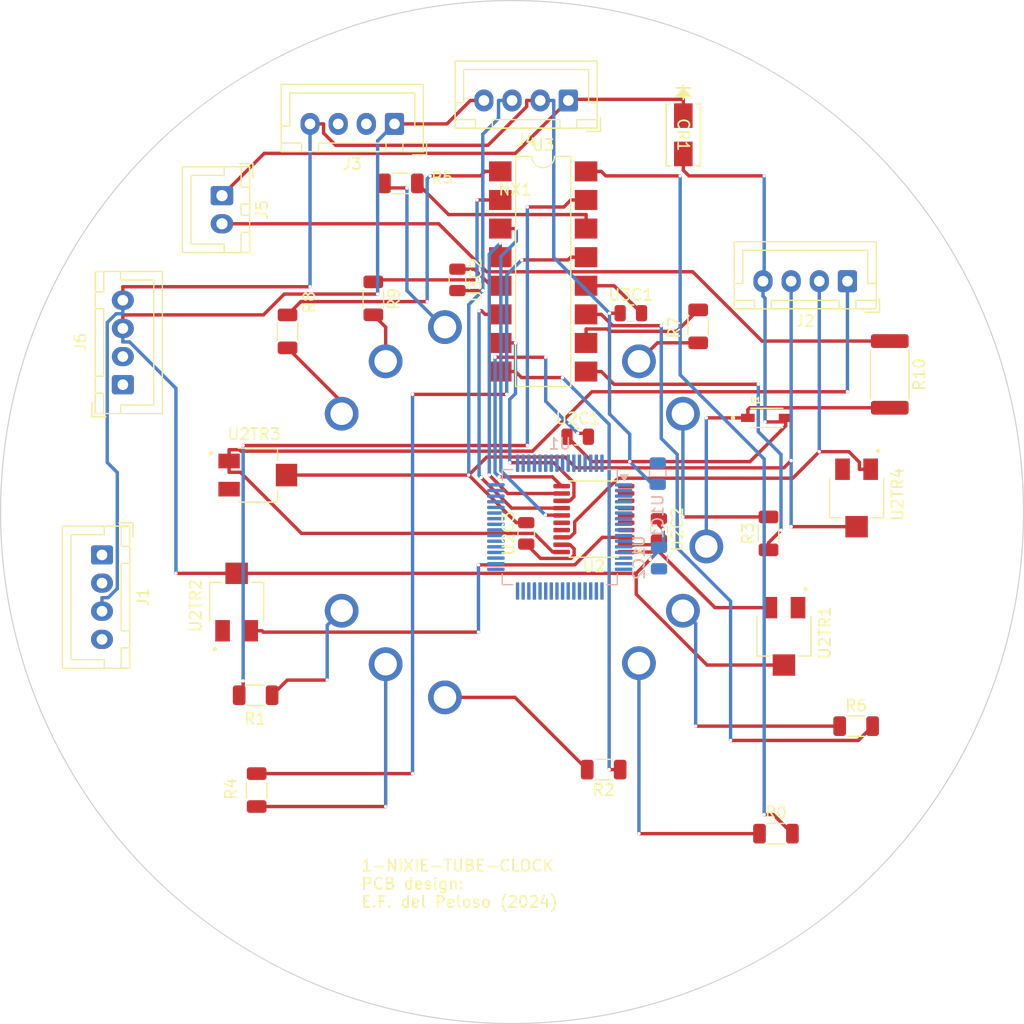
<source format=kicad_pcb>
(kicad_pcb (version 20241229) (generator "pcbnew") (generator_version "9.0")
  (layers (0 "F.Cu" signal) (2 "B.Cu" signal) (13 "F.Paste" user) (15 "B.Paste" user) (5 "F.SilkS" user "F.Silkscreen") (7 "B.SilkS" user "B.Silkscreen") (1 "F.Mask" user) (3 "B.Mask" user) (25 "Edge.Cuts" user))
  (net 0 "")
  (net 1 "Net-(U1-PB6)")
  (net 2 "Net-(J1-RST)")
  (net 3 "Net-(J3-3V3)")
  (net 4 "/RB2")
  (net 5 "/RB9")
  (net 6 "/RB8")
  (net 7 "/RB1")
  (net 8 "/RB5")
  (net 9 "/RB6")
  (net 10 "/RB3")
  (net 11 "/RB0")
  (net 12 "Net-(U1-PB7)")
  (net 13 "/RB7")
  (net 14 "/RB4")
  (net 15 "/RA0")
  (net 16 "/RA1")
  (net 17 "/RA2")
  (net 18 "/RA3")
  (net 19 "/RA4")
  (net 20 "/RA5")
  (net 21 "/RA6")
  (net 22 "/RA7")
  (net 24 "Net-(J1-GND)")
  (net 27 "/RA8")
  (net 29 "Net-(J2-5V)")
  (net 36 "Net-(U1-PB1)")
  (net 40 "Net-(U1-VSS-Pad18)")
  (net 43 "Net-(U1-PB0)")
  (net 50 "Net-(U1-PB2)")
  (net 52 "Net-(U1-PB10)")
  (net 75 "Net-(U3-VCC)")
  (net 76 "Net-(U3-GND)")
  (net 77 "/RA9")
  (net 78 "Net-(U1-VDD-Pad32)")
  (net 84 "Net-(J1-SWDIO)")
  (net 85 "Net-(J1-SWCLK)")
  (net 86 "Net-(J4-170V)")
  (net 87 "Net-(D1-PadC)")
  (net 88 "Net-(J3-Rx)")
  (net 89 "Net-(J3-Tx)")
  (net 90 "Net-(J5-Pad2)")
  (net 93 "Net-(U2-GND)")
  (net 94 "/B1")
  (net 96 "/B3")
  (net 98 "/B4")
  (net 99 "/B2")
  (net 100 "Net-(U2-V_{CCB})")
  (net 102 "Net-(U2-V_{CCA})")
  (net 103 "Net-(J2-SCL)")
  (net 104 "Net-(J2-SDA)")
  (net 105 "Net-(J6-SCL)")
  (net 106 "Net-(J6-SDA)")
  (footprint "Connector_JST:JST_XH_B4B-XH-A_1x04_P2.50mm_Vertical" (layer "F.Cu") (at 157.1972 69.1558 180)
    (property "Reference" "J4")
    (property "Value" "Power supply")
  )
  (footprint "Package_DIP:SMDIP-16_W7.62mm" (layer "F.Cu") (at 154.962 84.345)
    (property "Reference" "U3")
    (property "Value" "K155id1")
  )
  (footprint "Resistor_SMD:R_1206_3216Metric" (layer "F.Cu") (at 175.6376 134.2814 180)
    (property "Reference" "R0")
    (property "Value" "1k2")
  )
  (footprint "Connector_JST:JST_XH_B4B-XH-A_1x04_P2.50mm_Vertical" (layer "F.Cu") (at 115.7732 109.5248 -90)
    (property "Reference" "J1")
    (property "Value" "MCU SWD")
  )
  (footprint "Capacitor_SMD:C_0805_2012Metric" (layer "F.Cu") (at 153.4554 107.6108 -90)
    (property "Reference" "U2C3")
    (property "Value" "1U")
  )
  (footprint "Trimpots:TRIM_3214X-1-103E" (layer "F.Cu") (at 129.6128 102.4298)
    (property "Reference" "U2TR3")
    (property "Value" "3214X-1-103E")
  )
  (footprint "Nixie:nixie_socket_manual" (layer "F.Cu") (at 152.2188 105.7318)
    (property "Reference" "NX1")
    (property "Value" "FRONT")
  )
  (footprint "Capacitor_SMD:C_0805_2012Metric" (layer "F.Cu") (at 162.7496 88.0534 180)
    (property "Reference" "U3C1")
    (property "Value" "1U")
  )
  (footprint "Resistor_SMD:R_1206_3216Metric" (layer "F.Cu") (at 182.7603 124.731)
    (property "Reference" "R6")
    (property "Value" "1k1")
  )
  (footprint "Resistor_SMD:R_1206_3216Metric" (layer "F.Cu") (at 139.8744 86.7326 -90)
    (property "Reference" "R9")
    (property "Value" "1k")
  )
  (footprint "Package_SO:TSSOP-20_4.4x6.5mm_P0.65mm" (layer "F.Cu") (at 159.4655 106.3408 180)
    (property "Reference" "U2")
    (property "Value" "TXB0108PW")
  )
  (footprint "Connector_JST:JST_XH_B4B-XH-A_1x04_P2.50mm_Vertical" (layer "F.Cu") (at 181.9876 85.2086 180)
    (property "Reference" "J2")
    (property "Value" "Omron Thermal")
  )
  (footprint "Connector_JST:JST_XH_B4B-XH-A_1x04_P2.50mm_Vertical" (layer "F.Cu") (at 117.624 94.4034 90)
    (property "Reference" "J6")
    (property "Value" "OLED")
  )
  (footprint "Resistor_SMD:R_1206_3216Metric" (layer "F.Cu") (at 168.7288 89.2218 -90)
    (property "Reference" "R7")
    (property "Value" "3k6")
  )
  (footprint "Connector_JST:JST_XH_B2B-XH-A_1x02_P2.50mm_Vertical" (layer "F.Cu") (at 126.4294 77.6086 -90)
    (property "Reference" "J5")
    (property "Value" "Littelfuse 0218.020HXP")
  )
  (footprint "Connector_JST:JST_XH_B4B-XH-A_1x04_P2.50mm_Vertical" (layer "F.Cu") (at 141.754 71.2386 180)
    (property "Reference" "J3")
    (property "Value" "GPS NEO-M8N")
  )
  (footprint "Resistor_SMD:R_1206_3216Metric" (layer "F.Cu") (at 132.2544 89.6683 90)
    (property "Reference" "R8")
    (property "Value" "0R")
  )
  (footprint "Resistor_SMD:R_1206_3216Metric" (layer "F.Cu") (at 129.5112 130.4099 -90)
    (property "Reference" "R4")
    (property "Value" "3k3")
  )
  (footprint "Trimpots:TRIM_3214X-1-103E" (layer "F.Cu") (at 182.8004 104.4618 -90)
    (property "Reference" "U2TR4")
    (property "Value" "3214X-1-103E")
  )
  (footprint "Trimpots:TRIM_3214X-1-103E" (layer "F.Cu") (at 127.7332 113.7097 90)
    (property "Reference" "U2TR2")
    (property "Value" "3214X-1-103E")
  )
  (footprint "Resistor_SMD:R_1206_3216Metric" (layer "F.Cu") (at 142.3235 76.5218 180)
    (property "Reference" "R5")
    (property "Value" "1k1")
  )
  (footprint "Resistor_SMD:R_1206_3216Metric" (layer "F.Cu") (at 174.9772 107.6114 90)
    (property "Reference" "R3")
    (property "Value" "1k5")
  )
  (footprint "Capacitor_SMD:C_0805_2012Metric" (layer "F.Cu") (at 147.342 85.0918 -90)
    (property "Reference" "U3C2")
    (property "Value" "1U")
  )
  (footprint "Trimpots:TRIM_3214X-1-103E" (layer "F.Cu") (at 176.3488 116.7554 -90)
    (property "Reference" "U2TR1")
    (property "Value" "3214X-1-103E")
  )
  (footprint "Resistor_SMD:R_1206_3216Metric" (layer "F.Cu") (at 129.4203 121.9878 180)
    (property "Reference" "R1")
    (property "Value" "4k7")
  )
  (footprint "Resistor_SMD:R_1206_3216Metric" (layer "F.Cu") (at 160.3361 128.5918 180)
    (property "Reference" "R2")
    (property "Value" "1k1")
  )
  (footprint "1N5819HW_7_F:SOD3715X145N" (layer "F.Cu") (at 174.8212 97.3498)
    (property "Reference" "D1")
    (property "Value" "US1M_R3G")
  )
  (footprint "footprints2:DIODE_DO-214AC" (layer "F.Cu") (at 167.408 72.2038 -90)
    (property "Reference" "CR1")
    (property "Value" "SMCJ170A")
  )
  (footprint "Capacitor_SMD:C_0805_2012Metric" (layer "F.Cu") (at 165.241 107.2552 -90)
    (property "Reference" "U2C2")
    (property "Value" "1U")
  )
  (footprint "Capacitor_SMD:C_0805_2012Metric" (layer "F.Cu") (at 158.0274 99.0256 180)
    (property "Reference" "U2C1")
    (property "Value" "1U")
  )
  (footprint "Resistor_SMD:R_2512_6332Metric" (layer "F.Cu") (at 185.7468 93.489 -90)
    (property "Reference" "R10")
    (property "Value" "4k7")
  )
  (footprint "Capacitor_SMD:C_0805_2012Metric" (layer "B.Cu") (at 165.2498 109.8058 -90)
    (property "Reference" "U1C2")
    (property "Value" "1U")
  )
  (footprint "Package_QFP:LQFP-64_10x10mm_P0.5mm" (layer "B.Cu") (at 156.4352 107.0526 180)
    (property "Reference" "U1")
    (property "Value" "STM32L4A6RGTx")
  )
  (footprint "Capacitor_SMD:C_0805_2012Metric" (layer "B.Cu") (at 165.1362 102.302 -90)
    (property "Reference" "U1C1")
    (property "Value" "1U")
  )
  (gr_circle (center 152.1968 105.7148) (end 197.630041 105.7148) (stroke (width 0.1)) (fill no) (layer "Edge.Cuts"))
  (gr_text "1-NIXIE-TUBE-CLOCK\nPCB design:\nE.F. del Peloso (2024)" (at 138.7188 138.7318 -0) (layer "F.SilkS") (effects (font (size 1 1)) (justify left)))
  (segment (start 165.2802 109.2658) (end 170.2198 114.2054) (width 0.3) (layer "F.Cu") (net 1))
  (segment (start 162.328 109.2658) (end 165.2802 109.2658) (width 0.3) (layer "F.Cu") (net 1))
  (segment (start 170.2198 114.2054) (end 175.0988 114.2054) (width 0.3) (layer "F.Cu") (net 1))
  (segment (start 163.2247 111.1597) (end 129.0849 111.1597) (width 0.3) (layer "F.Cu") (net 3))
  (segment (start 127.7332 111.1597) (end 122.3415 111.1597) (width 0.3) (layer "F.Cu") (net 3))
  (segment (start 163.2247 113.011) (end 169.5191 119.3054) (width 0.3) (layer "F.Cu") (net 3))
  (segment (start 117.624 88.2017) (end 130.1114 88.2017) (width 0.3) (layer "F.Cu") (net 3))
  (segment (start 117.624 89.4034) (end 117.624 88.2017) (width 0.3) (layer "F.Cu") (net 3))
  (segment (start 146.4127 71.2386) (end 148.4955 69.1558) (width 0.3) (layer "F.Cu") (net 3))
  (segment (start 131.9604 86.3527) (end 140.2563 86.3527) (width 0.3) (layer "F.Cu") (net 3))
  (segment (start 141.754 71.2386) (end 146.4127 71.2386) (width 0.3) (layer "F.Cu") (net 3))
  (segment (start 163.2247 111.1597) (end 163.2247 113.011) (width 0.3) (layer "F.Cu") (net 3))
  (segment (start 127.7332 111.1597) (end 129.0849 111.1597) (width 0.3) (layer "F.Cu") (net 3))
  (segment (start 165.6356 107.2552) (end 165.241 106.8606) (width 0.3) (layer "F.Cu") (net 3))
  (segment (start 165.241 106.8606) (end 165.241 106.3052) (width 0.3) (layer "F.Cu") (net 3))
  (segment (start 169.5191 119.3054) (end 176.3488 119.3054) (width 0.3) (layer "F.Cu") (net 3))
  (segment (start 130.1114 88.2017) (end 131.9604 86.3527) (width 0.3) (layer "F.Cu") (net 3))
  (segment (start 149.6972 69.1558) (end 148.4955 69.1558) (width 0.3) (layer "F.Cu") (net 3))
  (segment (start 164.4612 109.9232) (end 163.2247 111.1597) (width 0.3) (layer "F.Cu") (net 3))
  (via (at 164.4612 109.9232) (size 0.3) (drill 0.3) (layers "F.Cu" "B.Cu") (net 3))
  (via (at 122.3415 111.1597) (size 0.3) (drill 0.3) (layers "F.Cu" "B.Cu") (net 3))
  (via (at 165.6356 107.2552) (size 0.3) (drill 0.3) (layers "F.Cu" "B.Cu") (net 3))
  (via (at 140.2563 86.3527) (size 0.3) (drill 0.3) (layers "F.Cu" "B.Cu") (net 3))
  (segment (start 117.624 89.4034) (end 117.624 90.6051) (width 0.3) (layer "B.Cu") (net 3))
  (segment (start 140.2563 72.7363) (end 141.754 71.2386) (width 0.3) (layer "B.Cu") (net 3))
  (segment (start 122.3415 94.7218) (end 122.3415 111.1597) (width 0.3) (layer "B.Cu") (net 3))
  (segment (start 140.2563 86.3527) (end 140.2563 72.7363) (width 0.3) (layer "B.Cu") (net 3))
  (segment (start 117.624 90.6051) (end 118.2248 90.6051) (width 0.3) (layer "B.Cu") (net 3))
  (segment (start 165.2498 108.8558) (end 165.2498 109.1346) (width 0.3) (layer "B.Cu") (net 3))
  (segment (start 165.6356 108.47) (end 165.6356 107.2552) (width 0.3) (layer "B.Cu") (net 3))
  (segment (start 165.2498 109.1346) (end 164.4612 109.9232) (width 0.3) (layer "B.Cu") (net 3))
  (segment (start 165.2498 108.8558) (end 165.6356 108.47) (width 0.3) (layer "B.Cu") (net 3))
  (segment (start 118.2248 90.6051) (end 122.3415 94.7218) (width 0.3) (layer "B.Cu") (net 3))
  (segment (start 152.4582 122.1764) (end 158.8736 128.5918) (width 0.3) (layer "F.Cu") (net 4))
  (segment (start 146.2335 122.1764) (end 152.4582 122.1764) (width 0.3) (layer "F.Cu") (net 4))
  (segment (start 140.97 89.2907) (end 140.97 92.326) (width 0.3) (layer "F.Cu") (net 5))
  (segment (start 139.8744 88.1951) (end 140.97 89.2907) (width 0.3) (layer "F.Cu") (net 5))
  (segment (start 132.2544 91.1308) (end 137.0634 95.9398) (width 0.3) (layer "F.Cu") (net 6))
  (segment (start 137.0634 95.9398) (end 137.0634 96.9818) (width 0.3) (layer "F.Cu") (net 6))
  (segment (start 135.7776 120.6415) (end 132.2291 120.6415) (width 0.3) (layer "F.Cu") (net 7))
  (segment (start 132.2291 120.6415) (end 130.8828 121.9878) (width 0.3) (layer "F.Cu") (net 7))
  (via (at 135.7776 120.6415) (size 0.3) (drill 0.3) (layers "F.Cu" "B.Cu") (net 7))
  (segment (start 137.0634 114.4818) (end 135.7776 115.7676) (width 0.3) (layer "B.Cu") (net 7))
  (segment (start 135.7776 115.7676) (end 135.7776 120.6415) (width 0.3) (layer "B.Cu") (net 7))
  (segment (start 142.8591 76.9258) (end 141.265 76.9258) (width 0.3) (layer "F.Cu") (net 8))
  (segment (start 141.265 76.9258) (end 140.861 76.5218) (width 0.3) (layer "F.Cu") (net 8))
  (via (at 142.8591 76.9258) (size 0.3) (drill 0.3) (layers "F.Cu" "B.Cu") (net 8))
  (segment (start 146.1031 89.2872) (end 142.8591 86.0432) (width 0.3) (layer "B.Cu") (net 8))
  (segment (start 146.2335 89.2872) (end 146.1031 89.2872) (width 0.3) (layer "B.Cu") (net 8))
  (segment (start 142.8591 86.0432) (end 142.8591 76.9258) (width 0.3) (layer "B.Cu") (net 8))
  (segment (start 181.2978 124.731) (end 168.5064 124.731) (width 0.3) (layer "F.Cu") (net 9))
  (via (at 168.5064 124.731) (size 0.3) (drill 0.3) (layers "F.Cu" "B.Cu") (net 9))
  (segment (start 167.3742 114.4818) (end 168.5064 115.614) (width 0.3) (layer "B.Cu") (net 9))
  (segment (start 168.5064 115.614) (end 168.5064 124.731) (width 0.3) (layer "B.Cu") (net 9))
  (segment (start 174.9772 106.1489) (end 167.3742 106.1489) (width 0.3) (layer "F.Cu") (net 10))
  (via (at 167.3742 106.1489) (size 0.3) (drill 0.3) (layers "F.Cu" "B.Cu") (net 10))
  (segment (start 167.3742 106.1489) (end 167.3742 96.9818) (width 0.3) (layer "B.Cu") (net 10))
  (segment (start 174.1751 134.2814) (end 163.4676 134.2814) (width 0.3) (layer "F.Cu") (net 11))
  (via (at 163.4676 134.2814) (size 0.3) (drill 0.3) (layers "F.Cu" "B.Cu") (net 11))
  (segment (start 163.4676 119.1376) (end 163.4676 134.2814) (width 0.3) (layer "B.Cu") (net 11))
  (segment (start 128.9832 116.2597) (end 129.9849 116.2597) (width 0.3) (layer "F.Cu") (net 12))
  (segment (start 162.328 107.9658) (end 160.212 107.9658) (width 0.3) (layer "F.Cu") (net 12))
  (segment (start 157.7706 110.4072) (end 149.2137 110.4072) (width 0.3) (layer "F.Cu") (net 12))
  (segment (start 160.212 107.9658) (end 157.7706 110.4072) (width 0.3) (layer "F.Cu") (net 12))
  (segment (start 130.106 116.3808) (end 149.2137 116.3808) (width 0.3) (layer "F.Cu") (net 12))
  (segment (start 129.9849 116.2597) (end 130.106 116.3808) (width 0.3) (layer "F.Cu") (net 12))
  (via (at 149.2137 110.4072) (size 0.3) (drill 0.3) (layers "F.Cu" "B.Cu") (net 12))
  (via (at 149.2137 116.3808) (size 0.3) (drill 0.3) (layers "F.Cu" "B.Cu") (net 12))
  (segment (start 149.2137 110.4072) (end 149.2137 116.3808) (width 0.3) (layer "B.Cu") (net 12))
  (segment (start 168.7288 90.6843) (end 165.1093 90.6843) (width 0.3) (layer "F.Cu") (net 13))
  (segment (start 165.1093 90.6843) (end 163.4676 92.326) (width 0.3) (layer "F.Cu") (net 13))
  (segment (start 129.5112 131.8724) (end 140.97 131.8724) (width 0.3) (layer "F.Cu") (net 14))
  (via (at 140.97 131.8724) (size 0.3) (drill 0.3) (layers "F.Cu" "B.Cu") (net 14))
  (segment (start 140.97 119.2276) (end 140.97 131.8724) (width 0.3) (layer "B.Cu") (net 14))
  (segment (start 167.1285 75.8545) (end 160.5232 75.8545) (width 0.3) (layer "F.Cu") (net 15))
  (segment (start 158.772 75.455) (end 160.1237 75.455) (width 0.3) (layer "F.Cu") (net 15))
  (segment (start 175.4035 132.5848) (end 174.593 132.5848) (width 0.3) (layer "F.Cu") (net 15))
  (segment (start 177.1001 134.2814) (end 175.4035 132.5848) (width 0.3) (layer "F.Cu") (net 15))
  (segment (start 160.5232 75.8545) (end 160.1237 75.455) (width 0.3) (layer "F.Cu") (net 15))
  (via (at 174.593 132.5848) (size 0.3) (drill 0.3) (layers "F.Cu" "B.Cu") (net 15))
  (via (at 167.1285 75.8545) (size 0.3) (drill 0.3) (layers "F.Cu" "B.Cu") (net 15))
  (segment (start 174.593 100.9978) (end 174.593 132.5848) (width 0.3) (layer "B.Cu") (net 15))
  (segment (start 167.1285 75.8545) (end 167.1285 93.5333) (width 0.3) (layer "B.Cu") (net 15))
  (segment (start 167.1285 93.5333) (end 174.593 100.9978) (width 0.3) (layer "B.Cu") (net 15))
  (segment (start 127.9578 121.9878) (end 128.3131 121.6325) (width 0.3) (layer "F.Cu") (net 16))
  (segment (start 157.4203 77.995) (end 156.7967 78.6186) (width 0.3) (layer "F.Cu") (net 16))
  (segment (start 158.772 77.995) (end 157.4203 77.995) (width 0.3) (layer "F.Cu") (net 16))
  (segment (start 128.3131 99.8049) (end 153.5574 99.8049) (width 0.3) (layer "F.Cu") (net 16))
  (segment (start 156.7967 78.6186) (end 153.5574 78.6186) (width 0.3) (layer "F.Cu") (net 16))
  (segment (start 128.3131 121.6325) (end 128.3131 120.7151) (width 0.3) (layer "F.Cu") (net 16))
  (via (at 153.5574 99.8049) (size 0.3) (drill 0.3) (layers "F.Cu" "B.Cu") (net 16))
  (via (at 128.3131 99.8049) (size 0.3) (drill 0.3) (layers "F.Cu" "B.Cu") (net 16))
  (via (at 153.5574 78.6186) (size 0.3) (drill 0.3) (layers "F.Cu" "B.Cu") (net 16))
  (via (at 128.3131 120.7151) (size 0.3) (drill 0.3) (layers "F.Cu" "B.Cu") (net 16))
  (segment (start 153.5574 99.8049) (end 153.5574 78.6186) (width 0.3) (layer "B.Cu") (net 16))
  (segment (start 128.3131 99.8049) (end 128.3131 120.7151) (width 0.3) (layer "B.Cu") (net 16))
  (segment (start 151.152 93.235) (end 152.5037 93.235) (width 0.3) (layer "F.Cu") (net 17))
  (segment (start 152.5037 93.235) (end 153.038 93.7693) (width 0.3) (layer "F.Cu") (net 17))
  (segment (start 161.7986 128.5918) (end 160.8228 128.5918) (width 0.3) (layer "F.Cu") (net 17))
  (segment (start 153.038 93.7693) (end 156.6759 93.7693) (width 0.3) (layer "F.Cu") (net 17))
  (via (at 156.6759 93.7693) (size 0.3) (drill 0.3) (layers "F.Cu" "B.Cu") (net 17))
  (via (at 160.8228 128.5918) (size 0.3) (drill 0.3) (layers "F.Cu" "B.Cu") (net 17))
  (segment (start 160.8228 97.9162) (end 156.6759 93.7693) (width 0.3) (layer "B.Cu") (net 17))
  (segment (start 160.8228 128.5918) (end 160.8228 97.9162) (width 0.3) (layer "B.Cu") (net 17))
  (segment (start 160.1237 93.235) (end 161.2528 94.3641) (width 0.3) (layer "F.Cu") (net 18))
  (segment (start 174.9772 109.0739) (end 174.9772 108.4408) (width 0.3) (layer "F.Cu") (net 18))
  (segment (start 174.9772 108.4408) (end 176.0859 107.3321) (width 0.3) (layer "F.Cu") (net 18))
  (segment (start 158.772 93.235) (end 160.1237 93.235) (width 0.3) (layer "F.Cu") (net 18))
  (segment (start 161.2528 94.3641) (end 174.0689 94.3641) (width 0.3) (layer "F.Cu") (net 18))
  (via (at 176.0859 107.3321) (size 0.3) (drill 0.3) (layers "F.Cu" "B.Cu") (net 18))
  (via (at 174.0689 94.3641) (size 0.3) (drill 0.3) (layers "F.Cu" "B.Cu") (net 18))
  (segment (start 176.0859 100.5956) (end 174.0689 98.5786) (width 0.3) (layer "B.Cu") (net 18))
  (segment (start 174.0689 98.5786) (end 174.0689 94.3641) (width 0.3) (layer "B.Cu") (net 18))
  (segment (start 176.0859 107.3321) (end 176.0859 100.5956) (width 0.3) (layer "B.Cu") (net 18))
  (segment (start 157.1763 83.319) (end 157.4203 83.075) (width 0.3) (layer "F.Cu") (net 19))
  (segment (start 151.7212 95.2622) (end 143.3579 95.2622) (width 0.3) (layer "F.Cu") (net 19))
  (segment (start 153.0557 83.319) (end 157.1763 83.319) (width 0.3) (layer "F.Cu") (net 19))
  (segment (start 158.772 83.075) (end 157.4203 83.075) (width 0.3) (layer "F.Cu") (net 19))
  (segment (start 129.5112 128.9474) (end 143.3579 128.9474) (width 0.3) (layer "F.Cu") (net 19))
  (via (at 151.7212 95.2622) (size 0.3) (drill 0.3) (layers "F.Cu" "B.Cu") (net 19))
  (via (at 143.3579 128.9474) (size 0.3) (drill 0.3) (layers "F.Cu" "B.Cu") (net 19))
  (via (at 143.3579 95.2622) (size 0.3) (drill 0.3) (layers "F.Cu" "B.Cu") (net 19))
  (via (at 153.0557 83.319) (size 0.3) (drill 0.3) (layers "F.Cu" "B.Cu") (net 19))
  (segment (start 151.7212 95.2622) (end 151.7212 84.6535) (width 0.3) (layer "B.Cu") (net 19))
  (segment (start 151.7212 84.6535) (end 153.0557 83.319) (width 0.3) (layer "B.Cu") (net 19))
  (segment (start 143.3579 95.2622) (end 143.3579 128.9474) (width 0.3) (layer "B.Cu") (net 19))
  (segment (start 158.772 80.535) (end 158.772 79.2933) (width 0.3) (layer "F.Cu") (net 20))
  (segment (start 146.5575 79.2933) (end 143.786 76.5218) (width 0.3) (layer "F.Cu") (net 20))
  (segment (start 158.772 79.2933) (end 146.5575 79.2933) (width 0.3) (layer "F.Cu") (net 20))
  (segment (start 158.772 88.155) (end 160.1237 88.155) (width 0.3) (layer "F.Cu") (net 21))
  (segment (start 160.1237 88.155) (end 161.1278 89.1591) (width 0.3) (layer "F.Cu") (net 21))
  (segment (start 184.2228 124.731) (end 182.9528 126.001) (width 0.3) (layer "F.Cu") (net 21))
  (segment (start 161.1278 89.1591) (end 165.4503 89.1591) (width 0.3) (layer "F.Cu") (net 21))
  (segment (start 182.9528 126.001) (end 171.6072 126.001) (width 0.3) (layer "F.Cu") (net 21))
  (via (at 171.6072 126.001) (size 0.3) (drill 0.3) (layers "F.Cu" "B.Cu") (net 21))
  (via (at 165.4503 89.1591) (size 0.3) (drill 0.3) (layers "F.Cu" "B.Cu") (net 21))
  (segment (start 166.8669 108.8979) (end 166.8669 100.593) (width 0.3) (layer "B.Cu") (net 21))
  (segment (start 171.6072 113.6382) (end 166.8669 108.8979) (width 0.3) (layer "B.Cu") (net 21))
  (segment (start 166.8669 100.593) (end 165.4503 99.1764) (width 0.3) (layer "B.Cu") (net 21))
  (segment (start 171.6072 126.001) (end 171.6072 113.6382) (width 0.3) (layer "B.Cu") (net 21))
  (segment (start 165.4503 99.1764) (end 165.4503 89.1591) (width 0.3) (layer "B.Cu") (net 21))
  (segment (start 166.8272 89.6609) (end 168.7288 87.7593) (width 0.3) (layer "F.Cu") (net 22))
  (segment (start 158.772 90.695) (end 158.772 89.4533) (width 0.3) (layer "F.Cu") (net 22))
  (segment (start 160.8759 89.6609) (end 166.8272 89.6609) (width 0.3) (layer "F.Cu") (net 22))
  (segment (start 158.772 89.4533) (end 160.6683 89.4533) (width 0.3) (layer "F.Cu") (net 22))
  (segment (start 160.6683 89.4533) (end 160.8759 89.6609) (width 0.3) (layer "F.Cu") (net 22))
  (segment (start 135.4557 72.0575) (end 136.536 73.1378) (width 0.3) (layer "F.Cu") (net 24))
  (segment (start 150.0586 73.1378) (end 153.4955 69.7009) (width 0.3) (layer "F.Cu") (net 24))
  (segment (start 153.4955 69.7009) (end 153.4955 69.1558) (width 0.3) (layer "F.Cu") (net 24))
  (segment (start 117.624 85.7017) (end 134.254 85.7017) (width 0.3) (layer "F.Cu") (net 24))
  (segment (start 162.6498 101.2338) (end 159.2856 101.2338) (width 0.3) (layer "F.Cu") (net 24))
  (segment (start 134.254 71.2386) (end 135.4557 71.2386) (width 0.3) (layer "F.Cu") (net 24))
  (segment (start 154.6972 69.1558) (end 153.4955 69.1558) (width 0.3) (layer "F.Cu") (net 24))
  (segment (start 176.5012 97.7081) (end 176.5012 98.0665) (width 0.3) (layer "F.Cu") (net 24))
  (segment (start 136.536 73.1378) (end 150.0586 73.1378) (width 0.3) (layer "F.Cu") (net 24))
  (segment (start 176.5012 97.7081) (end 174.6686 97.7081) (width 0.3) (layer "F.Cu") (net 24))
  (segment (start 117.624 86.9034) (end 117.624 85.7017) (width 0.3) (layer "F.Cu") (net 24))
  (segment (start 162.6498 101.2338) (end 173.3339 101.2338) (width 0.3) (layer "F.Cu") (net 24))
  (segment (start 159.2856 101.2338) (end 157.0774 99.0256) (width 0.3) (layer "F.Cu") (net 24))
  (segment (start 167.408 73.9056) (end 167.408 75.3495) (width 0.3) (layer "F.Cu") (net 24))
  (segment (start 167.913 75.8545) (end 167.408 75.3495) (width 0.3) (layer "F.Cu") (net 24))
  (segment (start 173.3339 101.2338) (end 176.5012 98.0665) (width 0.3) (layer "F.Cu") (net 24))
  (segment (start 174.593 75.8545) (end 167.913 75.8545) (width 0.3) (layer "F.Cu") (net 24))
  (segment (start 161.7996 88.0534) (end 160.8545 88.0534) (width 0.3) (layer "F.Cu") (net 24))
  (segment (start 135.4557 71.2386) (end 135.4557 72.0575) (width 0.3) (layer "F.Cu") (net 24))
  (segment (start 176.5012 97.3498) (end 176.5012 97.7081) (width 0.3) (layer "F.Cu") (net 24))
  (via (at 174.6686 97.7081) (size 0.3) (drill 0.3) (layers "F.Cu" "B.Cu") (net 24))
  (via (at 160.8545 88.0534) (size 0.3) (drill 0.3) (layers "F.Cu" "B.Cu") (net 24))
  (via (at 162.6498 101.2338) (size 0.3) (drill 0.3) (layers "F.Cu" "B.Cu") (net 24))
  (via (at 134.254 85.7017) (size 0.3) (drill 0.3) (layers "F.Cu" "B.Cu") (net 24))
  (via (at 174.593 75.8545) (size 0.3) (drill 0.3) (layers "F.Cu" "B.Cu") (net 24))
  (segment (start 174.4876 85.2086) (end 174.4876 85.7243) (width 0.3) (layer "B.Cu") (net 24))
  (segment (start 117.1325 112.5089) (end 116.3183 113.3231) (width 0.3) (layer "B.Cu") (net 24))
  (segment (start 116.3183 113.3231) (end 115.7732 113.3231) (width 0.3) (layer "B.Cu") (net 24))
  (segment (start 174.593 85.6189) (end 174.593 75.8545) (width 0.3) (layer "B.Cu") (net 24))
  (segment (start 155.8989 83.0978) (end 155.8989 69.1558) (width 0.3) (layer "B.Cu") (net 24))
  (segment (start 116.2384 88.8898) (end 116.2384 101.3075) (width 0.3) (layer "B.Cu") (net 24))
  (segment (start 117.0231 88.1051) (end 116.2384 88.8898) (width 0.3) (layer "B.Cu") (net 24))
  (segment (start 165.1362 103.252) (end 164.668 103.252) (width 0.3) (layer "B.Cu") (net 24))
  (segment (start 154.6972 69.1558) (end 155.8989 69.1558) (width 0.3) (layer "B.Cu") (net 24))
  (segment (start 164.668 103.252) (end 162.6498 101.2338) (width 0.3) (layer "B.Cu") (net 24))
  (segment (start 174.4876 86.5353) (end 174.6686 86.7163) (width 0.3) (layer "B.Cu") (net 24))
  (segment (start 117.1325 102.2016) (end 117.1325 112.5089) (width 0.3) (layer "B.Cu") (net 24))
  (segment (start 174.6686 86.7163) (end 174.6686 97.7081) (width 0.3) (layer "B.Cu") (net 24))
  (segment (start 117.624 88.1051) (end 117.0231 88.1051) (width 0.3) (layer "B.Cu") (net 24))
  (segment (start 116.2384 101.3075) (end 117.1325 102.2016) (width 0.3) (layer "B.Cu") (net 24))
  (segment (start 174.4876 85.7243) (end 174.4876 86.5353) (width 0.3) (layer "B.Cu") (net 24))
  (segment (start 115.7732 114.5248) (end 115.7732 113.3231) (width 0.3) (layer "B.Cu") (net 24))
  (segment (start 117.624 86.9034) (end 117.624 88.1051) (width 0.3) (layer "B.Cu") (net 24))
  (segment (start 162.6498 101.2338) (end 162.6498 98.8046) (width 0.3) (layer "B.Cu") (net 24))
  (segment (start 160.8545 97.0093) (end 160.8545 88.0534) (width 0.3) (layer "B.Cu") (net 24))
  (segment (start 134.254 71.2386) (end 134.254 85.7017) (width 0.3) (layer "B.Cu") (net 24))
  (segment (start 160.8545 88.0534) (end 155.8989 83.0978) (width 0.3) (layer "B.Cu") (net 24))
  (segment (start 174.4876 85.7243) (end 174.593 85.6189) (width 0.3) (layer "B.Cu") (net 24))
  (segment (start 162.6498 98.8046) (end 160.8545 97.0093) (width 0.3) (layer "B.Cu") (net 24))
  (segment (start 151.152 75.455) (end 149.8003 75.455) (width 0.3) (layer "F.Cu") (net 27))
  (segment (start 133.4384 87.0218) (end 144.6567 87.0218) (width 0.3) (layer "F.Cu") (net 27))
  (segment (start 144.9155 75.8545) (end 149.4008 75.8545) (width 0.3) (layer "F.Cu") (net 27))
  (segment (start 132.2544 88.2058) (end 133.4384 87.0218) (width 0.3) (layer "F.Cu") (net 27))
  (segment (start 149.4008 75.8545) (end 149.8003 75.455) (width 0.3) (layer "F.Cu") (net 27))
  (via (at 144.9155 75.8545) (size 0.3) (drill 0.3) (layers "F.Cu" "B.Cu") (net 27))
  (via (at 144.6567 87.0218) (size 0.3) (drill 0.3) (layers "F.Cu" "B.Cu") (net 27))
  (segment (start 144.9155 75.8545) (end 144.6567 76.1133) (width 0.3) (layer "B.Cu") (net 27))
  (segment (start 144.6567 76.1133) (end 144.6567 87.0218) (width 0.3) (layer "B.Cu") (net 27))
  (segment (start 148.3522 102.4298) (end 149.9579 100.8241) (width 0.3) (layer "F.Cu") (net 29))
  (segment (start 156.8961 100.8241) (end 157.861 101.789) (width 0.3) (layer "F.Cu") (net 29))
  (segment (start 148.3522 102.4298) (end 152.5832 106.6608) (width 0.3) (layer "F.Cu") (net 29))
  (segment (start 147.342 86.0418) (end 149.5979 86.0418) (width 0.3) (layer "F.Cu") (net 29))
  (segment (start 176.3448 101.789) (end 176.9876 101.1462) (width 0.3) (layer "F.Cu") (net 29))
  (segment (start 182.8004 107.0118) (end 176.9876 107.0118) (width 0.3) (layer "F.Cu") (net 29))
  (segment (start 132.1628 102.4298) (end 148.3522 102.4298) (width 0.3) (layer "F.Cu") (net 29))
  (segment (start 149.9579 100.8241) (end 156.8961 100.8241) (width 0.3) (layer "F.Cu") (net 29))
  (segment (start 157.861 101.789) (end 176.3448 101.789) (width 0.3) (layer "F.Cu") (net 29))
  (segment (start 152.5832 106.6608) (end 153.4554 106.6608) (width 0.3) (layer "F.Cu") (net 29))
  (via (at 176.9876 107.0118) (size 0.3) (drill 0.3) (layers "F.Cu" "B.Cu") (net 29))
  (via (at 149.5979 86.0418) (size 0.3) (drill 0.3) (layers "F.Cu" "B.Cu") (net 29))
  (via (at 176.9876 101.1462) (size 0.3) (drill 0.3) (layers "F.Cu" "B.Cu") (net 29))
  (via (at 148.3522 102.4298) (size 0.3) (drill 0.3) (layers "F.Cu" "B.Cu") (net 29))
  (segment (start 176.9876 101.1462) (end 176.9876 107.0118) (width 0.3) (layer "B.Cu") (net 29))
  (segment (start 149.5979 86.0418) (end 148.3522 87.2875) (width 0.3) (layer "B.Cu") (net 29))
  (segment (start 150.9955 69.1558) (end 150.9955 70.7516) (width 0.3) (layer "B.Cu") (net 29))
  (segment (start 176.9876 85.2086) (end 176.9876 101.1462) (width 0.3) (layer "B.Cu") (net 29))
  (segment (start 150.9955 70.7516) (end 149.5979 72.1492) (width 0.3) (layer "B.Cu") (net 29))
  (segment (start 152.1972 69.1558) (end 150.9955 69.1558) (width 0.3) (layer "B.Cu") (net 29))
  (segment (start 148.3522 87.2875) (end 148.3522 102.4298) (width 0.3) (layer "B.Cu") (net 29))
  (segment (start 149.5979 72.1492) (end 149.5979 86.0418) (width 0.3) (layer "B.Cu") (net 29))
  (segment (start 150.3273 85.615) (end 151.152 85.615) (width 0.3) (layer "F.Cu") (net 75))
  (segment (start 148.8541 84.1418) (end 150.3273 85.615) (width 0.3) (layer "F.Cu") (net 75))
  (segment (start 147.342 84.1418) (end 148.8541 84.1418) (width 0.3) (layer "F.Cu") (net 75))
  (segment (start 161.2612 85.615) (end 158.772 85.615) (width 0.3) (layer "F.Cu") (net 76))
  (segment (start 163.6996 88.0534) (end 161.2612 85.615) (width 0.3) (layer "F.Cu") (net 76))
  (segment (start 140.0527 85.0918) (end 149.0856 85.0918) (width 0.3) (layer "F.Cu") (net 77))
  (segment (start 151.152 77.995) (end 149.8003 77.995) (width 0.3) (layer "F.Cu") (net 77))
  (segment (start 149.8003 77.995) (end 149.0856 77.995) (width 0.3) (layer "F.Cu") (net 77))
  (segment (start 139.8744 85.2701) (end 140.0527 85.0918) (width 0.3) (layer "F.Cu") (net 77))
  (via (at 149.0856 77.995) (size 0.3) (drill 0.3) (layers "F.Cu" "B.Cu") (net 77))
  (via (at 149.0856 85.0918) (size 0.3) (drill 0.3) (layers "F.Cu" "B.Cu") (net 77))
  (segment (start 149.0856 77.995) (end 149.0856 85.0918) (width 0.3) (layer "B.Cu") (net 77))
  (segment (start 167.408 70.502) (end 167.408 69.0581) (width 0.3) (layer "F.Cu") (net 86))
  (segment (start 167.408 69.0581) (end 157.2949 69.0581) (width 0.3) (layer "F.Cu") (net 86))
  (segment (start 130.1859 73.8521) (end 152.5009 73.8521) (width 0.3) (layer "F.Cu") (net 86))
  (segment (start 126.4294 77.6086) (end 130.1859 73.8521) (width 0.3) (layer "F.Cu") (net 86))
  (segment (start 157.2949 69.0581) (end 157.1972 69.1558) (width 0.3) (layer "F.Cu") (net 86))
  (segment (start 152.5009 73.8521) (end 157.1972 69.1558) (width 0.3) (layer "F.Cu") (net 86))
  (segment (start 173.1412 97.3498) (end 173.1412 96.6331) (width 0.3) (layer "F.Cu") (net 87))
  (segment (start 173.3228 96.4515) (end 173.1412 96.6331) (width 0.3) (layer "F.Cu") (net 87))
  (segment (start 173.1412 97.3498) (end 169.4529 97.3498) (width 0.3) (layer "F.Cu") (net 87))
  (segment (start 185.7468 96.4515) (end 173.3228 96.4515) (width 0.3) (layer "F.Cu") (net 87))
  (via (at 169.4529 97.3498) (size 0.3) (drill 0.3) (layers "F.Cu" "B.Cu") (net 87))
  (segment (start 169.4529 108.7706) (end 169.4529 97.3498) (width 0.3) (layer "B.Cu") (net 87))
  (segment (start 174.4006 90.5265) (end 168.2459 84.3718) (width 0.3) (layer "F.Cu") (net 90))
  (segment (start 185.7468 90.5265) (end 174.4006 90.5265) (width 0.3) (layer "F.Cu") (net 90))
  (segment (start 149.945 84.3718) (end 145.6818 80.1086) (width 0.3) (layer "F.Cu") (net 90))
  (segment (start 168.2459 84.3718) (end 149.945 84.3718) (width 0.3) (layer "F.Cu") (net 90))
  (segment (start 145.6818 80.1086) (end 126.4294 80.1086) (width 0.3) (layer "F.Cu") (net 90))
  (segment (start 155.7757 102.5885) (end 155.7757 102.5884) (width 0.3) (layer "F.Cu") (net 93))
  (segment (start 155.7757 102.5884) (end 151.0474 102.5884) (width 0.3) (layer "F.Cu") (net 93))
  (segment (start 158.6724 98.7206) (end 158.9774 99.0256) (width 0.3) (layer "F.Cu") (net 93))
  (segment (start 156.603 103.4158) (end 155.7757 102.5885) (width 0.3) (layer "F.Cu") (net 93))
  (segment (start 158.0274 98.7206) (end 158.6724 98.7206) (width 0.3) (layer "F.Cu") (net 93))
  (segment (start 150.6876 91.965) (end 155.1853 91.965) (width 0.3) (layer "F.Cu") (net 93))
  (via (at 150.6876 91.965) (size 0.3) (drill 0.3) (layers "F.Cu" "B.Cu") (net 93))
  (via (at 155.1853 91.965) (size 0.3) (drill 0.3) (layers "F.Cu" "B.Cu") (net 93))
  (via (at 151.0474 102.5884) (size 0.3) (drill 0.3) (layers "F.Cu" "B.Cu") (net 93))
  (via (at 158.0274 98.7206) (size 0.3) (drill 0.3) (layers "F.Cu" "B.Cu") (net 93))
  (segment (start 158.0274 98.7206) (end 155.1853 95.8785) (width 0.3) (layer "B.Cu") (net 93))
  (segment (start 150.6876 102.2286) (end 150.6876 91.965) (width 0.3) (layer "B.Cu") (net 93))
  (segment (start 155.1853 95.8785) (end 155.1853 91.965) (width 0.3) (layer "B.Cu") (net 93))
  (segment (start 151.0474 102.5884) (end 150.6876 102.2286) (width 0.3) (layer "B.Cu") (net 93))
  (segment (start 155.152 105.9874) (end 156.5746 105.9874) (width 0.3) (layer "F.Cu") (net 94))
  (segment (start 156.5746 105.9874) (end 156.603 106.0158) (width 0.3) (layer "F.Cu") (net 94))
  (segment (start 151.152 80.535) (end 152.581 80.535) (width 0.3) (layer "F.Cu") (net 94))
  (via (at 155.152 105.9874) (size 0.3) (drill 0.3) (layers "F.Cu" "B.Cu") (net 94))
  (via (at 152.581 80.535) (size 0.3) (drill 0.3) (layers "F.Cu" "B.Cu") (net 94))
  (segment (start 151.2021 83.0253) (end 152.581 81.6464) (width 0.3) (layer "B.Cu") (net 94))
  (segment (start 151.2021 102.0336) (end 151.2021 83.0253) (width 0.3) (layer "B.Cu") (net 94))
  (segment (start 155.152 105.9874) (end 155.152 105.9835) (width 0.3) (layer "B.Cu") (net 94))
  (segment (start 155.152 105.9835) (end 151.2021 102.0336) (width 0.3) (layer "B.Cu") (net 94))
  (segment (start 152.581 81.6464) (end 152.581 80.535) (width 0.3) (layer "B.Cu") (net 94))
  (segment (start 156.603 104.7158) (end 156.603 104.7157) (width 0.3) (layer "F.Cu") (net 96))
  (segment (start 156.603 104.7157) (end 157.33 104.7157) (width 0.3) (layer "F.Cu") (net 96))
  (segment (start 151.152 90.695) (end 152.5037 90.695) (width 0.3) (layer "F.Cu") (net 96))
  (segment (start 157.33 104.7157) (end 157.6926 104.3531) (width 0.3) (layer "F.Cu") (net 96))
  (segment (start 155.893 101.3289) (end 151.994 101.3289) (width 0.3) (layer "F.Cu") (net 96))
  (segment (start 157.6926 104.3531) (end 157.6926 103.1285) (width 0.3) (layer "F.Cu") (net 96))
  (segment (start 157.6926 103.1285) (end 155.893 101.3289) (width 0.3) (layer "F.Cu") (net 96))
  (via (at 151.994 101.3289) (size 0.3) (drill 0.3) (layers "F.Cu" "B.Cu") (net 96))
  (via (at 152.5037 90.695) (size 0.3) (drill 0.3) (layers "F.Cu" "B.Cu") (net 96))
  (segment (start 151.994 101.3289) (end 151.994 95.6989) (width 0.3) (layer "B.Cu") (net 96))
  (segment (start 152.5037 95.1892) (end 152.5037 90.695) (width 0.3) (layer "B.Cu") (net 96))
  (segment (start 151.994 95.6989) (end 152.5037 95.1892) (width 0.3) (layer "B.Cu") (net 96))
  (segment (start 151.8154 104.0658) (end 156.603 104.0658) (width 0.3) (layer "F.Cu") (net 98))
  (segment (start 150.1731 102.4235) (end 151.8154 104.0658) (width 0.3) (layer "F.Cu") (net 98))
  (segment (start 151.152 83.075) (end 151.152 81.8333) (width 0.3) (layer "F.Cu") (net 98))
  (via (at 151.152 81.8333) (size 0.3) (drill 0.3) (layers "F.Cu" "B.Cu") (net 98))
  (via (at 150.1731 102.4235) (size 0.3) (drill 0.3) (layers "F.Cu" "B.Cu") (net 98))
  (segment (start 150.1731 82.8122) (end 150.1731 102.4235) (width 0.3) (layer "B.Cu") (net 98))
  (segment (start 151.152 81.8333) (end 150.1731 82.8122) (width 0.3) (layer "B.Cu") (net 98))
  (segment (start 151.152 88.155) (end 149.8003 88.155) (width 0.3) (layer "F.Cu") (net 99))
  (segment (start 149.4803 87.835) (end 149.8003 88.155) (width 0.3) (layer "F.Cu") (net 99))
  (segment (start 152.1621 105.3658) (end 149.4488 102.6525) (width 0.3) (layer "F.Cu") (net 99))
  (segment (start 149.2684 87.835) (end 149.4803 87.835) (width 0.3) (layer "F.Cu") (net 99))
  (segment (start 156.603 105.3658) (end 152.1621 105.3658) (width 0.3) (layer "F.Cu") (net 99))
  (via (at 149.4488 102.6525) (size 0.3) (drill 0.3) (layers "F.Cu" "B.Cu") (net 99))
  (via (at 149.2684 87.835) (size 0.3) (drill 0.3) (layers "F.Cu" "B.Cu") (net 99))
  (segment (start 149.2684 102.4721) (end 149.2684 87.835) (width 0.3) (layer "B.Cu") (net 99))
  (segment (start 149.4488 102.6525) (end 149.2684 102.4721) (width 0.3) (layer "B.Cu") (net 99))
  (segment (start 154.7286 109.834) (end 153.4554 108.5608) (width 0.3) (layer "F.Cu") (net 100))
  (segment (start 156.603 108.6158) (end 157.3411 108.6158) (width 0.3) (layer "F.Cu") (net 100))
  (segment (start 157.3411 108.6158) (end 157.7101 108.9848) (width 0.3) (layer "F.Cu") (net 100))
  (segment (start 157.4247 109.834) (end 154.7286 109.834) (width 0.3) (layer "F.Cu") (net 100))
  (segment (start 157.7101 108.9848) (end 157.7101 109.5486) (width 0.3) (layer "F.Cu") (net 100))
  (segment (start 157.7101 109.5486) (end 157.4247 109.834) (width 0.3) (layer "F.Cu") (net 100))
  (segment (start 165.241 108.2052) (end 164.8304 108.6158) (width 0.3) (layer "F.Cu") (net 102))
  (segment (start 164.8304 108.6158) (end 162.328 108.6158) (width 0.3) (layer "F.Cu") (net 102))
  (segment (start 154.0134 100.3066) (end 159.2898 95.0302) (width 0.3) (layer "F.Cu") (net 103))
  (segment (start 127.0628 100.1781) (end 127.9769 100.1781) (width 0.3) (layer "F.Cu") (net 103))
  (segment (start 128.1054 100.3066) (end 154.0134 100.3066) (width 0.3) (layer "F.Cu") (net 103))
  (segment (start 159.2898 95.0302) (end 181.9876 95.0302) (width 0.3) (layer "F.Cu") (net 103))
  (segment (start 127.0628 101.2548) (end 127.0628 101.1798) (width 0.3) (layer "F.Cu") (net 103))
  (segment (start 127.0628 101.1798) (end 127.0628 100.1781) (width 0.3) (layer "F.Cu") (net 103))
  (segment (start 154.1625 107.6093) (end 133.4923 107.6093) (width 0.3) (layer "F.Cu") (net 103))
  (segment (start 128.0645 102.1815) (end 127.0628 102.1815) (width 0.3) (layer "F.Cu") (net 103))
  (segment (start 133.4923 107.6093) (end 128.0645 102.1815) (width 0.3) (layer "F.Cu") (net 103))
  (segment (start 155.819 109.2658) (end 154.1625 107.6093) (width 0.3) (layer "F.Cu") (net 103))
  (segment (start 156.603 109.2658) (end 155.819 109.2658) (width 0.3) (layer "F.Cu") (net 103))
  (segment (start 127.9769 100.1781) (end 128.1054 100.3066) (width 0.3) (layer "F.Cu") (net 103))
  (segment (start 127.0628 101.2548) (end 127.0628 102.1815) (width 0.3) (layer "F.Cu") (net 103))
  (via (at 181.9876 95.0302) (size 0.3) (drill 0.3) (layers "F.Cu" "B.Cu") (net 103))
  (segment (start 181.9876 85.2086) (end 181.9876 95.0302) (width 0.3) (layer "B.Cu") (net 103))
  (segment (start 157.7591 106.5771) (end 157.7591 107.5415) (width 0.3) (layer "F.Cu") (net 104))
  (segment (start 179.4876 100.3519) (end 177.1316 102.7079) (width 0.3) (layer "F.Cu") (net 104))
  (segment (start 183.0487 101.9118) (end 183.0487 101.2857) (width 0.3) (layer "F.Cu") (net 104))
  (segment (start 184.0504 101.9118) (end 183.0487 101.9118) (width 0.3) (layer "F.Cu") (net 104))
  (segment (start 157.7591 107.5415) (end 157.3348 107.9658) (width 0.3) (layer "F.Cu") (net 104))
  (segment (start 182.1149 100.3519) (end 179.4876 100.3519) (width 0.3) (layer "F.Cu") (net 104))
  (segment (start 161.6283 102.7079) (end 157.7591 106.5771) (width 0.3) (layer "F.Cu") (net 104))
  (segment (start 157.3348 107.9658) (end 156.603 107.9658) (width 0.3) (layer "F.Cu") (net 104))
  (segment (start 183.0487 101.2857) (end 182.1149 100.3519) (width 0.3) (layer "F.Cu") (net 104))
  (segment (start 177.1316 102.7079) (end 161.6283 102.7079) (width 0.3) (layer "F.Cu") (net 104))
  (via (at 179.4876 100.3519) (size 0.3) (drill 0.3) (layers "F.Cu" "B.Cu") (net 104))
  (segment (start 179.4876 85.2086) (end 179.4876 100.3519) (width 0.3) (layer "B.Cu") (net 104))
)
</source>
